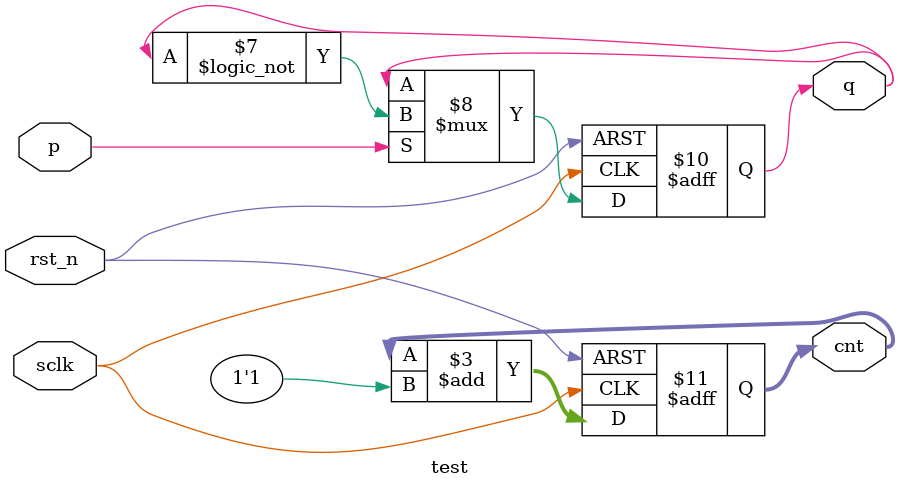
<source format=v>
module test(
input   wire    sclk,
input	wire	rst_n,
input	wire	p,
output	reg		[7:0]   cnt,
output	reg		q
);

always @(posedge sclk or negedge rst_n)
    if(!rst_n)
        cnt <= 'd0;
    else
        cnt <= cnt + 1'b1;

always @(posedge sclk or negedge rst_n)
    if(!rst_n)
        q <= 1'b0;
    else if(p == 'd1)
        q <= !q;


endmodule
</source>
